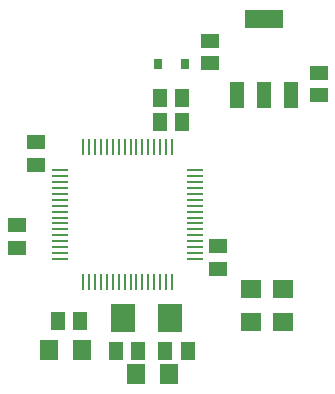
<source format=gbp>
G04 Layer_Color=128*
%FSLAX24Y24*%
%MOIN*%
G70*
G01*
G75*
%ADD17R,0.0709X0.0630*%
%ADD19R,0.0591X0.0512*%
%ADD20R,0.0512X0.0591*%
%ADD33R,0.0787X0.0945*%
%ADD34R,0.0531X0.0114*%
%ADD35R,0.0114X0.0531*%
%ADD36R,0.1299X0.0630*%
%ADD37R,0.0472X0.0866*%
%ADD38R,0.0630X0.0709*%
%ADD39R,0.0315X0.0354*%
D17*
X10945Y3514D02*
D03*
Y4616D02*
D03*
X12037Y3514D02*
D03*
Y4616D02*
D03*
D19*
X3150Y5976D02*
D03*
Y6724D02*
D03*
X3789Y9498D02*
D03*
Y8750D02*
D03*
X9843Y5285D02*
D03*
Y6033D02*
D03*
X13214Y11073D02*
D03*
Y11821D02*
D03*
X9572Y12126D02*
D03*
Y12874D02*
D03*
D20*
X4518Y3543D02*
D03*
X5266D02*
D03*
X7918Y10187D02*
D03*
X8666D02*
D03*
X7190Y2534D02*
D03*
X6442D02*
D03*
X8091D02*
D03*
X8839D02*
D03*
X7918Y10974D02*
D03*
X8666D02*
D03*
D33*
X6693Y3642D02*
D03*
X8268D02*
D03*
D34*
X4587Y5610D02*
D03*
Y5807D02*
D03*
Y6004D02*
D03*
Y6201D02*
D03*
Y6398D02*
D03*
Y6594D02*
D03*
Y6791D02*
D03*
Y6988D02*
D03*
Y7185D02*
D03*
Y7382D02*
D03*
Y7579D02*
D03*
Y7776D02*
D03*
Y7972D02*
D03*
Y8169D02*
D03*
Y8366D02*
D03*
Y8563D02*
D03*
X9094D02*
D03*
Y8366D02*
D03*
Y8169D02*
D03*
Y7972D02*
D03*
Y7776D02*
D03*
Y7579D02*
D03*
Y7382D02*
D03*
Y7185D02*
D03*
Y6988D02*
D03*
Y6791D02*
D03*
Y6594D02*
D03*
Y6398D02*
D03*
Y6201D02*
D03*
Y6004D02*
D03*
Y5807D02*
D03*
Y5610D02*
D03*
D35*
X8317Y4833D02*
D03*
X8120D02*
D03*
X7923D02*
D03*
X7726D02*
D03*
X7530D02*
D03*
X7333D02*
D03*
X7136D02*
D03*
X6939D02*
D03*
X6742D02*
D03*
X6545D02*
D03*
X6348D02*
D03*
X6152D02*
D03*
X5955D02*
D03*
X5758D02*
D03*
X5561D02*
D03*
X5364D02*
D03*
X5364Y9341D02*
D03*
X5561D02*
D03*
X5758D02*
D03*
X5955D02*
D03*
X6152D02*
D03*
X6348D02*
D03*
X6545D02*
D03*
X6742D02*
D03*
X6939D02*
D03*
X7136D02*
D03*
X7333D02*
D03*
X7530D02*
D03*
X7726D02*
D03*
X7923D02*
D03*
X8120D02*
D03*
X8317D02*
D03*
D36*
X11393Y13602D02*
D03*
D37*
X12298Y11083D02*
D03*
X11393D02*
D03*
X10487D02*
D03*
D38*
X8228Y1772D02*
D03*
X7126D02*
D03*
X5315Y2559D02*
D03*
X4213D02*
D03*
D39*
X8770Y12106D02*
D03*
X7864D02*
D03*
M02*

</source>
